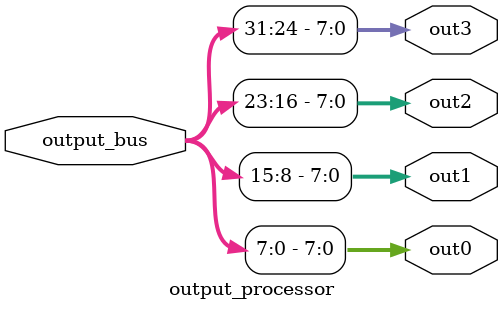
<source format=sv>
module tdm_crossbar (
    input wire clock, reset,
    input wire [7:0] in0, in1, in2, in3,
    output wire [7:0] out0, out1, out2, out3
);
    // 时间槽计数器信号
    wire [1:0] time_slot;
    
    // 从输入源到交叉矩阵的内部连线
    wire [31:0] input_bus;
    
    // 从交叉矩阵到输出的内部连线
    wire [31:0] output_bus;
    
    // 实例化时间槽控制器
    time_slot_controller time_controller (
        .clock(clock),
        .reset(reset),
        .time_slot(time_slot)
    );
    
    // 实例化输入处理器
    input_processor input_proc (
        .in0(in0),
        .in1(in1),
        .in2(in2),
        .in3(in3),
        .input_bus(input_bus)
    );
    
    // 实例化交叉连接矩阵
    crossbar_matrix matrix (
        .input_bus(input_bus),
        .time_slot(time_slot),
        .output_bus(output_bus)
    );
    
    // 实例化输出处理器
    output_processor output_proc (
        .output_bus(output_bus),
        .out0(out0),
        .out1(out1),
        .out2(out2),
        .out3(out3)
    );
    
endmodule

// 时间槽控制器模块 - 负责生成调度时间槽
module time_slot_controller (
    input wire clock, reset,
    output reg [1:0] time_slot
);
    
    always @(posedge clock or posedge reset) begin
        if (reset) begin
            time_slot <= 2'b00;
        end else begin
            // 循环时间槽
            time_slot <= time_slot + 1'b1;
        end
    end
    
endmodule

// 输入处理器模块 - 将各个输入端口的数据合并成一个总线
module input_processor (
    input wire [7:0] in0, in1, in2, in3,
    output wire [31:0] input_bus
);
    
    // 将各个8位输入合并为32位总线
    assign input_bus = {in3, in2, in1, in0};
    
endmodule

// 交叉连接矩阵模块 - 实现时分复用交叉连接
module crossbar_matrix (
    input wire [31:0] input_bus,
    input wire [1:0] time_slot,
    output reg [31:0] output_bus
);
    // 从输入总线提取各个输入信号
    wire [7:0] in0 = input_bus[7:0];
    wire [7:0] in1 = input_bus[15:8];
    wire [7:0] in2 = input_bus[23:16];
    wire [7:0] in3 = input_bus[31:24];
    
    // 根据时间槽安排输出连接 - 使用if-else级联结构替代case
    always @(*) begin
        if (time_slot == 2'b00) begin
            // 正常连接
            output_bus = {in3, in2, in1, in0};
        end else if (time_slot == 2'b01) begin
            // 右移1个位置
            output_bus = {in2, in1, in0, in3};
        end else if (time_slot == 2'b10) begin
            // 右移2个位置
            output_bus = {in1, in0, in3, in2};
        end else begin
            // time_slot == 2'b11, 右移3个位置
            output_bus = {in0, in3, in2, in1};
        end
    end
    
endmodule

// 输出处理器模块 - 将总线拆分成各个输出端口
module output_processor (
    input wire [31:0] output_bus,
    output wire [7:0] out0, out1, out2, out3
);
    
    // 将32位总线拆分为各个8位输出
    assign out0 = output_bus[7:0];
    assign out1 = output_bus[15:8];
    assign out2 = output_bus[23:16];
    assign out3 = output_bus[31:24];
    
endmodule
</source>
